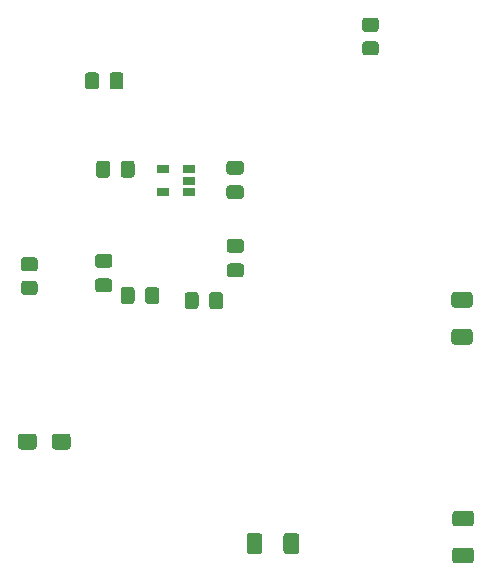
<source format=gbr>
%TF.GenerationSoftware,KiCad,Pcbnew,(5.1.7)-1*%
%TF.CreationDate,2020-10-27T22:09:18-04:00*%
%TF.ProjectId,final_schematic,66696e61-6c5f-4736-9368-656d61746963,3*%
%TF.SameCoordinates,Original*%
%TF.FileFunction,Paste,Bot*%
%TF.FilePolarity,Positive*%
%FSLAX46Y46*%
G04 Gerber Fmt 4.6, Leading zero omitted, Abs format (unit mm)*
G04 Created by KiCad (PCBNEW (5.1.7)-1) date 2020-10-27 22:09:18*
%MOMM*%
%LPD*%
G01*
G04 APERTURE LIST*
%ADD10R,1.060000X0.650000*%
G04 APERTURE END LIST*
D10*
%TO.C,U6*%
X120743800Y-71033600D03*
X120743800Y-72933600D03*
X122943800Y-72933600D03*
X122943800Y-71983600D03*
X122943800Y-71033600D03*
%TD*%
%TO.C,R13*%
G36*
G01*
X137865699Y-60182200D02*
X138765701Y-60182200D01*
G75*
G02*
X139015700Y-60432199I0J-249999D01*
G01*
X139015700Y-61132201D01*
G75*
G02*
X138765701Y-61382200I-249999J0D01*
G01*
X137865699Y-61382200D01*
G75*
G02*
X137615700Y-61132201I0J249999D01*
G01*
X137615700Y-60432199D01*
G75*
G02*
X137865699Y-60182200I249999J0D01*
G01*
G37*
G36*
G01*
X137865699Y-58182200D02*
X138765701Y-58182200D01*
G75*
G02*
X139015700Y-58432199I0J-249999D01*
G01*
X139015700Y-59132201D01*
G75*
G02*
X138765701Y-59382200I-249999J0D01*
G01*
X137865699Y-59382200D01*
G75*
G02*
X137615700Y-59132201I0J249999D01*
G01*
X137615700Y-58432199D01*
G75*
G02*
X137865699Y-58182200I249999J0D01*
G01*
G37*
%TD*%
%TO.C,R12*%
G36*
G01*
X109873201Y-79670200D02*
X108973199Y-79670200D01*
G75*
G02*
X108723200Y-79420201I0J249999D01*
G01*
X108723200Y-78720199D01*
G75*
G02*
X108973199Y-78470200I249999J0D01*
G01*
X109873201Y-78470200D01*
G75*
G02*
X110123200Y-78720199I0J-249999D01*
G01*
X110123200Y-79420201D01*
G75*
G02*
X109873201Y-79670200I-249999J0D01*
G01*
G37*
G36*
G01*
X109873201Y-81670200D02*
X108973199Y-81670200D01*
G75*
G02*
X108723200Y-81420201I0J249999D01*
G01*
X108723200Y-80720199D01*
G75*
G02*
X108973199Y-80470200I249999J0D01*
G01*
X109873201Y-80470200D01*
G75*
G02*
X110123200Y-80720199I0J-249999D01*
G01*
X110123200Y-81420201D01*
G75*
G02*
X109873201Y-81670200I-249999J0D01*
G01*
G37*
%TD*%
%TO.C,C2*%
G36*
G01*
X146801602Y-104383800D02*
X145501598Y-104383800D01*
G75*
G02*
X145251600Y-104133802I0J249998D01*
G01*
X145251600Y-103308798D01*
G75*
G02*
X145501598Y-103058800I249998J0D01*
G01*
X146801602Y-103058800D01*
G75*
G02*
X147051600Y-103308798I0J-249998D01*
G01*
X147051600Y-104133802D01*
G75*
G02*
X146801602Y-104383800I-249998J0D01*
G01*
G37*
G36*
G01*
X146801602Y-101258800D02*
X145501598Y-101258800D01*
G75*
G02*
X145251600Y-101008802I0J249998D01*
G01*
X145251600Y-100183798D01*
G75*
G02*
X145501598Y-99933800I249998J0D01*
G01*
X146801602Y-99933800D01*
G75*
G02*
X147051600Y-100183798I0J-249998D01*
G01*
X147051600Y-101008802D01*
G75*
G02*
X146801602Y-101258800I-249998J0D01*
G01*
G37*
%TD*%
%TO.C,C3*%
G36*
G01*
X132273000Y-102067598D02*
X132273000Y-103367602D01*
G75*
G02*
X132023002Y-103617600I-249998J0D01*
G01*
X131197998Y-103617600D01*
G75*
G02*
X130948000Y-103367602I0J249998D01*
G01*
X130948000Y-102067598D01*
G75*
G02*
X131197998Y-101817600I249998J0D01*
G01*
X132023002Y-101817600D01*
G75*
G02*
X132273000Y-102067598I0J-249998D01*
G01*
G37*
G36*
G01*
X129148000Y-102067598D02*
X129148000Y-103367602D01*
G75*
G02*
X128898002Y-103617600I-249998J0D01*
G01*
X128072998Y-103617600D01*
G75*
G02*
X127823000Y-103367602I0J249998D01*
G01*
X127823000Y-102067598D01*
G75*
G02*
X128072998Y-101817600I249998J0D01*
G01*
X128898002Y-101817600D01*
G75*
G02*
X129148000Y-102067598I0J-249998D01*
G01*
G37*
%TD*%
%TO.C,C6*%
G36*
G01*
X126372600Y-72378900D02*
X127322600Y-72378900D01*
G75*
G02*
X127572600Y-72628900I0J-250000D01*
G01*
X127572600Y-73303900D01*
G75*
G02*
X127322600Y-73553900I-250000J0D01*
G01*
X126372600Y-73553900D01*
G75*
G02*
X126122600Y-73303900I0J250000D01*
G01*
X126122600Y-72628900D01*
G75*
G02*
X126372600Y-72378900I250000J0D01*
G01*
G37*
G36*
G01*
X126372600Y-70303900D02*
X127322600Y-70303900D01*
G75*
G02*
X127572600Y-70553900I0J-250000D01*
G01*
X127572600Y-71228900D01*
G75*
G02*
X127322600Y-71478900I-250000J0D01*
G01*
X126372600Y-71478900D01*
G75*
G02*
X126122600Y-71228900I0J250000D01*
G01*
X126122600Y-70553900D01*
G75*
G02*
X126372600Y-70303900I250000J0D01*
G01*
G37*
%TD*%
%TO.C,C7*%
G36*
G01*
X117170800Y-82186800D02*
X117170800Y-81236800D01*
G75*
G02*
X117420800Y-80986800I250000J0D01*
G01*
X118095800Y-80986800D01*
G75*
G02*
X118345800Y-81236800I0J-250000D01*
G01*
X118345800Y-82186800D01*
G75*
G02*
X118095800Y-82436800I-250000J0D01*
G01*
X117420800Y-82436800D01*
G75*
G02*
X117170800Y-82186800I0J250000D01*
G01*
G37*
G36*
G01*
X119245800Y-82186800D02*
X119245800Y-81236800D01*
G75*
G02*
X119495800Y-80986800I250000J0D01*
G01*
X120170800Y-80986800D01*
G75*
G02*
X120420800Y-81236800I0J-250000D01*
G01*
X120420800Y-82186800D01*
G75*
G02*
X120170800Y-82436800I-250000J0D01*
G01*
X119495800Y-82436800D01*
G75*
G02*
X119245800Y-82186800I0J250000D01*
G01*
G37*
%TD*%
%TO.C,C8*%
G36*
G01*
X123756000Y-81668600D02*
X123756000Y-82618600D01*
G75*
G02*
X123506000Y-82868600I-250000J0D01*
G01*
X122831000Y-82868600D01*
G75*
G02*
X122581000Y-82618600I0J250000D01*
G01*
X122581000Y-81668600D01*
G75*
G02*
X122831000Y-81418600I250000J0D01*
G01*
X123506000Y-81418600D01*
G75*
G02*
X123756000Y-81668600I0J-250000D01*
G01*
G37*
G36*
G01*
X125831000Y-81668600D02*
X125831000Y-82618600D01*
G75*
G02*
X125581000Y-82868600I-250000J0D01*
G01*
X124906000Y-82868600D01*
G75*
G02*
X124656000Y-82618600I0J250000D01*
G01*
X124656000Y-81668600D01*
G75*
G02*
X124906000Y-81418600I250000J0D01*
G01*
X125581000Y-81418600D01*
G75*
G02*
X125831000Y-81668600I0J-250000D01*
G01*
G37*
%TD*%
%TO.C,C9*%
G36*
G01*
X116197400Y-79360700D02*
X115247400Y-79360700D01*
G75*
G02*
X114997400Y-79110700I0J250000D01*
G01*
X114997400Y-78435700D01*
G75*
G02*
X115247400Y-78185700I250000J0D01*
G01*
X116197400Y-78185700D01*
G75*
G02*
X116447400Y-78435700I0J-250000D01*
G01*
X116447400Y-79110700D01*
G75*
G02*
X116197400Y-79360700I-250000J0D01*
G01*
G37*
G36*
G01*
X116197400Y-81435700D02*
X115247400Y-81435700D01*
G75*
G02*
X114997400Y-81185700I0J250000D01*
G01*
X114997400Y-80510700D01*
G75*
G02*
X115247400Y-80260700I250000J0D01*
G01*
X116197400Y-80260700D01*
G75*
G02*
X116447400Y-80510700I0J-250000D01*
G01*
X116447400Y-81185700D01*
G75*
G02*
X116197400Y-81435700I-250000J0D01*
G01*
G37*
%TD*%
%TO.C,C10*%
G36*
G01*
X117163000Y-71493400D02*
X117163000Y-70543400D01*
G75*
G02*
X117413000Y-70293400I250000J0D01*
G01*
X118088000Y-70293400D01*
G75*
G02*
X118338000Y-70543400I0J-250000D01*
G01*
X118338000Y-71493400D01*
G75*
G02*
X118088000Y-71743400I-250000J0D01*
G01*
X117413000Y-71743400D01*
G75*
G02*
X117163000Y-71493400I0J250000D01*
G01*
G37*
G36*
G01*
X115088000Y-71493400D02*
X115088000Y-70543400D01*
G75*
G02*
X115338000Y-70293400I250000J0D01*
G01*
X116013000Y-70293400D01*
G75*
G02*
X116263000Y-70543400I0J-250000D01*
G01*
X116263000Y-71493400D01*
G75*
G02*
X116013000Y-71743400I-250000J0D01*
G01*
X115338000Y-71743400D01*
G75*
G02*
X115088000Y-71493400I0J250000D01*
G01*
G37*
%TD*%
%TO.C,C11*%
G36*
G01*
X127348000Y-80165700D02*
X126398000Y-80165700D01*
G75*
G02*
X126148000Y-79915700I0J250000D01*
G01*
X126148000Y-79240700D01*
G75*
G02*
X126398000Y-78990700I250000J0D01*
G01*
X127348000Y-78990700D01*
G75*
G02*
X127598000Y-79240700I0J-250000D01*
G01*
X127598000Y-79915700D01*
G75*
G02*
X127348000Y-80165700I-250000J0D01*
G01*
G37*
G36*
G01*
X127348000Y-78090700D02*
X126398000Y-78090700D01*
G75*
G02*
X126148000Y-77840700I0J250000D01*
G01*
X126148000Y-77165700D01*
G75*
G02*
X126398000Y-76915700I250000J0D01*
G01*
X127348000Y-76915700D01*
G75*
G02*
X127598000Y-77165700I0J-250000D01*
G01*
X127598000Y-77840700D01*
G75*
G02*
X127348000Y-78090700I-250000J0D01*
G01*
G37*
%TD*%
%TO.C,C13*%
G36*
G01*
X114148200Y-64013100D02*
X114148200Y-63063100D01*
G75*
G02*
X114398200Y-62813100I250000J0D01*
G01*
X115073200Y-62813100D01*
G75*
G02*
X115323200Y-63063100I0J-250000D01*
G01*
X115323200Y-64013100D01*
G75*
G02*
X115073200Y-64263100I-250000J0D01*
G01*
X114398200Y-64263100D01*
G75*
G02*
X114148200Y-64013100I0J250000D01*
G01*
G37*
G36*
G01*
X116223200Y-64013100D02*
X116223200Y-63063100D01*
G75*
G02*
X116473200Y-62813100I250000J0D01*
G01*
X117148200Y-62813100D01*
G75*
G02*
X117398200Y-63063100I0J-250000D01*
G01*
X117398200Y-64013100D01*
G75*
G02*
X117148200Y-64263100I-250000J0D01*
G01*
X116473200Y-64263100D01*
G75*
G02*
X116223200Y-64013100I0J250000D01*
G01*
G37*
%TD*%
%TO.C,C14*%
G36*
G01*
X146712702Y-85867600D02*
X145412698Y-85867600D01*
G75*
G02*
X145162700Y-85617602I0J249998D01*
G01*
X145162700Y-84792598D01*
G75*
G02*
X145412698Y-84542600I249998J0D01*
G01*
X146712702Y-84542600D01*
G75*
G02*
X146962700Y-84792598I0J-249998D01*
G01*
X146962700Y-85617602D01*
G75*
G02*
X146712702Y-85867600I-249998J0D01*
G01*
G37*
G36*
G01*
X146712702Y-82742600D02*
X145412698Y-82742600D01*
G75*
G02*
X145162700Y-82492602I0J249998D01*
G01*
X145162700Y-81667598D01*
G75*
G02*
X145412698Y-81417600I249998J0D01*
G01*
X146712702Y-81417600D01*
G75*
G02*
X146962700Y-81667598I0J-249998D01*
G01*
X146962700Y-82492602D01*
G75*
G02*
X146712702Y-82742600I-249998J0D01*
G01*
G37*
%TD*%
%TO.C,C19*%
G36*
G01*
X112918200Y-93656599D02*
X112918200Y-94506601D01*
G75*
G02*
X112668201Y-94756600I-249999J0D01*
G01*
X111593199Y-94756600D01*
G75*
G02*
X111343200Y-94506601I0J249999D01*
G01*
X111343200Y-93656599D01*
G75*
G02*
X111593199Y-93406600I249999J0D01*
G01*
X112668201Y-93406600D01*
G75*
G02*
X112918200Y-93656599I0J-249999D01*
G01*
G37*
G36*
G01*
X110043200Y-93656599D02*
X110043200Y-94506601D01*
G75*
G02*
X109793201Y-94756600I-249999J0D01*
G01*
X108718199Y-94756600D01*
G75*
G02*
X108468200Y-94506601I0J249999D01*
G01*
X108468200Y-93656599D01*
G75*
G02*
X108718199Y-93406600I249999J0D01*
G01*
X109793201Y-93406600D01*
G75*
G02*
X110043200Y-93656599I0J-249999D01*
G01*
G37*
%TD*%
M02*

</source>
